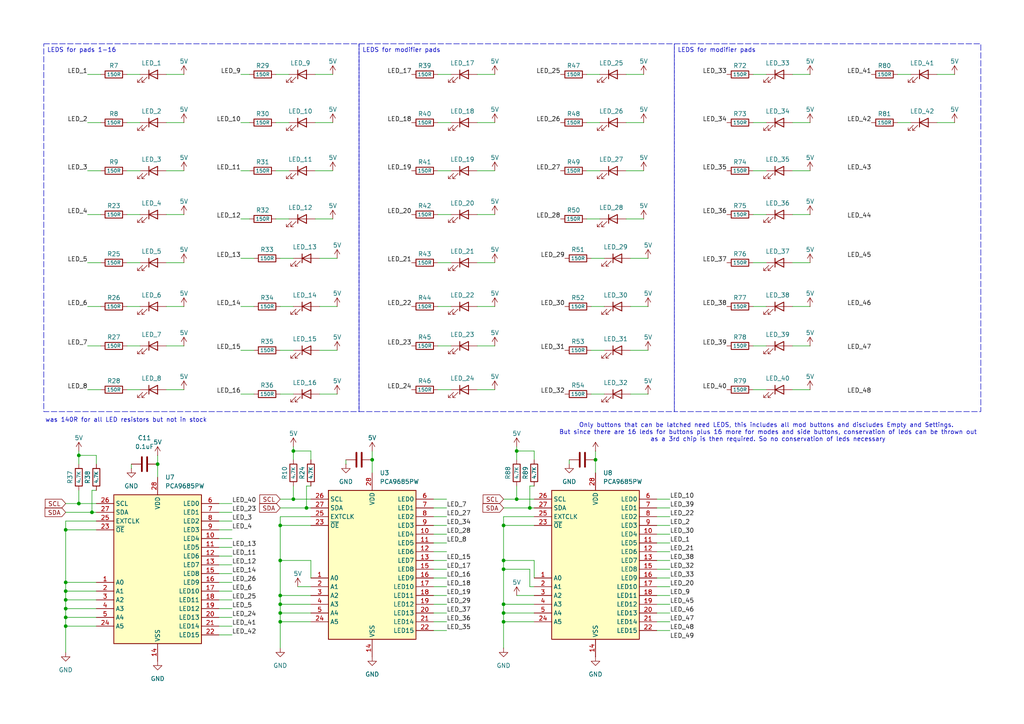
<source format=kicad_sch>
(kicad_sch (version 20231120) (generator "eeschema") (generator_version "8.0")
  (paper "A4")
  (junction (at 146.05 165.1))
  (junction (at 146.05 177.8))
  (junction (at 85.09 130.81))
  (junction (at 19.05 179.07))
  (junction (at 153.67 147.32))
  (junction (at 149.86 144.78))
  (junction (at 146.05 162.56))
  (junction (at 26.67 148.59))
  (junction (at 81.28 152.4))
  (junction (at 19.05 153.67))
  (junction (at 19.05 171.45))
  (junction (at 22.86 146.05))
  (junction (at 19.05 168.91))
  (junction (at 146.05 175.26))
  (junction (at 146.05 180.34))
  (junction (at 19.05 176.53))
  (junction (at 149.86 130.81))
  (junction (at 146.05 152.4))
  (junction (at 172.72 133.35))
  (junction (at 19.05 173.99))
  (junction (at 81.28 177.8))
  (junction (at 107.95 133.35))
  (junction (at 81.28 172.72))
  (junction (at 22.86 132.08))
  (junction (at 81.28 162.56))
  (junction (at 81.28 180.34))
  (junction (at 88.9 147.32))
  (junction (at 19.05 181.61))
  (junction (at 85.09 144.78))
  (junction (at 45.72 134.62))
  (junction (at 81.28 175.26))
  (wire (pts (xy 153.67 140.97) (xy 153.67 147.32)))
  (wire (pts (xy 97.79 74.93) (xy 92.71 74.93)))
  (wire (pts (xy 67.31 163.83) (xy 63.5 163.83)))
  (wire (pts (xy 81.28 177.8) (xy 90.17 177.8)))
  (wire (pts (xy 26.67 142.24) (xy 26.67 148.59)))
  (wire (pts (xy 234.95 100.33) (xy 229.87 100.33)))
  (wire (pts (xy 234.95 76.2) (xy 229.87 76.2)))
  (wire (pts (xy 129.54 175.26) (xy 125.73 175.26)))
  (wire (pts (xy 194.31 180.34) (xy 190.5 180.34)))
  (wire (pts (xy 260.35 21.59) (xy 264.16 21.59)))
  (wire (pts (xy 154.94 170.18) (xy 153.67 170.18)))
  (wire (pts (xy 143.51 100.33) (xy 138.43 100.33)))
  (wire (pts (xy 69.85 35.56) (xy 72.39 35.56)))
  (wire (pts (xy 81.28 177.8) (xy 81.28 180.34)))
  (wire (pts (xy 170.18 49.53) (xy 173.99 49.53)))
  (wire (pts (xy 22.86 130.81) (xy 22.86 132.08)))
  (wire (pts (xy 81.28 180.34) (xy 81.28 187.96)))
  (wire (pts (xy 45.72 132.08) (xy 45.72 134.62)))
  (wire (pts (xy 149.86 130.81) (xy 149.86 133.35)))
  (wire (pts (xy 170.18 21.59) (xy 173.99 21.59)))
  (wire (pts (xy 127 100.33) (xy 130.81 100.33)))
  (wire (pts (xy 67.31 181.61) (xy 63.5 181.61)))
  (wire (pts (xy 67.31 156.21) (xy 63.5 156.21)))
  (wire (pts (xy 22.86 132.08) (xy 22.86 134.62)))
  (wire (pts (xy 53.34 49.53) (xy 48.26 49.53)))
  (wire (pts (xy 153.67 165.1) (xy 146.05 165.1)))
  (wire (pts (xy 129.54 165.1) (xy 125.73 165.1)))
  (wire (pts (xy 69.85 88.9) (xy 73.66 88.9)))
  (wire (pts (xy 25.4 100.33) (xy 29.21 100.33)))
  (wire (pts (xy 149.86 172.72) (xy 154.94 172.72)))
  (wire (pts (xy 67.31 153.67) (xy 63.5 153.67)))
  (wire (pts (xy 154.94 130.81) (xy 149.86 130.81)))
  (wire (pts (xy 19.05 176.53) (xy 27.94 176.53)))
  (wire (pts (xy 260.35 35.56) (xy 264.16 35.56)))
  (wire (pts (xy 186.69 21.59) (xy 181.61 21.59)))
  (wire (pts (xy 127 76.2) (xy 130.81 76.2)))
  (wire (pts (xy 81.28 175.26) (xy 81.28 177.8)))
  (wire (pts (xy 22.86 146.05) (xy 27.94 146.05)))
  (wire (pts (xy 25.4 35.56) (xy 29.21 35.56)))
  (wire (pts (xy 194.31 144.78) (xy 190.5 144.78)))
  (wire (pts (xy 186.69 63.5) (xy 181.61 63.5)))
  (wire (pts (xy 67.31 161.29) (xy 63.5 161.29)))
  (wire (pts (xy 154.94 180.34) (xy 146.05 180.34)))
  (wire (pts (xy 107.95 130.81) (xy 107.95 133.35)))
  (wire (pts (xy 143.51 21.59) (xy 138.43 21.59)))
  (wire (pts (xy 53.34 100.33) (xy 48.26 100.33)))
  (wire (pts (xy 194.31 157.48) (xy 190.5 157.48)))
  (wire (pts (xy 154.94 162.56) (xy 146.05 162.56)))
  (wire (pts (xy 129.54 172.72) (xy 125.73 172.72)))
  (wire (pts (xy 88.9 147.32) (xy 90.17 147.32)))
  (wire (pts (xy 143.51 113.03) (xy 138.43 113.03)))
  (wire (pts (xy 81.28 149.86) (xy 81.28 152.4)))
  (wire (pts (xy 218.44 88.9) (xy 222.25 88.9)))
  (wire (pts (xy 170.18 63.5) (xy 173.99 63.5)))
  (wire (pts (xy 149.86 144.78) (xy 154.94 144.78)))
  (wire (pts (xy 53.34 76.2) (xy 48.26 76.2)))
  (wire (pts (xy 127 49.53) (xy 130.81 49.53)))
  (wire (pts (xy 276.86 35.56) (xy 271.78 35.56)))
  (wire (pts (xy 19.05 148.59) (xy 26.67 148.59)))
  (wire (pts (xy 153.67 170.18) (xy 153.67 165.1)))
  (wire (pts (xy 194.31 147.32) (xy 190.5 147.32)))
  (wire (pts (xy 127 88.9) (xy 130.81 88.9)))
  (wire (pts (xy 22.86 142.24) (xy 22.86 146.05)))
  (wire (pts (xy 81.28 162.56) (xy 81.28 172.72)))
  (wire (pts (xy 25.4 49.53) (xy 29.21 49.53)))
  (wire (pts (xy 53.34 35.56) (xy 48.26 35.56)))
  (wire (pts (xy 90.17 167.64) (xy 90.17 162.56)))
  (wire (pts (xy 100.33 134.62) (xy 100.33 133.35)))
  (wire (pts (xy 45.72 134.62) (xy 45.72 138.43)))
  (wire (pts (xy 69.85 114.3) (xy 73.66 114.3)))
  (wire (pts (xy 90.17 133.35) (xy 90.17 130.81)))
  (wire (pts (xy 127 62.23) (xy 130.81 62.23)))
  (wire (pts (xy 69.85 21.59) (xy 72.39 21.59)))
  (wire (pts (xy 36.83 100.33) (xy 40.64 100.33)))
  (wire (pts (xy 19.05 168.91) (xy 19.05 171.45)))
  (wire (pts (xy 67.31 176.53) (xy 63.5 176.53)))
  (wire (pts (xy 67.31 151.13) (xy 63.5 151.13)))
  (wire (pts (xy 187.96 114.3) (xy 182.88 114.3)))
  (wire (pts (xy 81.28 114.3) (xy 85.09 114.3)))
  (wire (pts (xy 85.09 129.54) (xy 85.09 130.81)))
  (wire (pts (xy 81.28 88.9) (xy 85.09 88.9)))
  (wire (pts (xy 19.05 151.13) (xy 19.05 153.67)))
  (wire (pts (xy 53.34 21.59) (xy 48.26 21.59)))
  (wire (pts (xy 90.17 140.97) (xy 88.9 140.97)))
  (wire (pts (xy 172.72 130.81) (xy 172.72 133.35)))
  (wire (pts (xy 194.31 160.02) (xy 190.5 160.02)))
  (wire (pts (xy 90.17 172.72) (xy 81.28 172.72)))
  (wire (pts (xy 129.54 170.18) (xy 125.73 170.18)))
  (wire (pts (xy 129.54 157.48) (xy 125.73 157.48)))
  (wire (pts (xy 146.05 162.56) (xy 146.05 165.1)))
  (wire (pts (xy 67.31 173.99) (xy 63.5 173.99)))
  (wire (pts (xy 186.69 35.56) (xy 181.61 35.56)))
  (wire (pts (xy 69.85 74.93) (xy 73.66 74.93)))
  (wire (pts (xy 127 21.59) (xy 130.81 21.59)))
  (wire (pts (xy 19.05 176.53) (xy 19.05 179.07)))
  (wire (pts (xy 25.4 88.9) (xy 29.21 88.9)))
  (wire (pts (xy 97.79 114.3) (xy 92.71 114.3)))
  (wire (pts (xy 27.94 132.08) (xy 22.86 132.08)))
  (wire (pts (xy 90.17 149.86) (xy 81.28 149.86)))
  (wire (pts (xy 36.83 62.23) (xy 40.64 62.23)))
  (wire (pts (xy 234.95 113.03) (xy 229.87 113.03)))
  (wire (pts (xy 143.51 49.53) (xy 138.43 49.53)))
  (wire (pts (xy 129.54 147.32) (xy 125.73 147.32)))
  (wire (pts (xy 67.31 179.07) (xy 63.5 179.07)))
  (wire (pts (xy 36.83 76.2) (xy 40.64 76.2)))
  (wire (pts (xy 194.31 175.26) (xy 190.5 175.26)))
  (wire (pts (xy 129.54 152.4) (xy 125.73 152.4)))
  (wire (pts (xy 186.69 49.53) (xy 181.61 49.53)))
  (wire (pts (xy 129.54 149.86) (xy 125.73 149.86)))
  (wire (pts (xy 96.52 63.5) (xy 91.44 63.5)))
  (wire (pts (xy 90.17 162.56) (xy 81.28 162.56)))
  (wire (pts (xy 67.31 148.59) (xy 63.5 148.59)))
  (wire (pts (xy 146.05 177.8) (xy 154.94 177.8)))
  (wire (pts (xy 27.94 181.61) (xy 19.05 181.61)))
  (wire (pts (xy 149.86 140.97) (xy 149.86 144.78)))
  (wire (pts (xy 171.45 74.93) (xy 175.26 74.93)))
  (wire (pts (xy 194.31 152.4) (xy 190.5 152.4)))
  (wire (pts (xy 218.44 21.59) (xy 222.25 21.59)))
  (wire (pts (xy 27.94 173.99) (xy 19.05 173.99)))
  (wire (pts (xy 154.94 167.64) (xy 154.94 162.56)))
  (wire (pts (xy 81.28 147.32) (xy 88.9 147.32)))
  (wire (pts (xy 19.05 153.67) (xy 19.05 168.91)))
  (wire (pts (xy 129.54 167.64) (xy 125.73 167.64)))
  (wire (pts (xy 129.54 162.56) (xy 125.73 162.56)))
  (wire (pts (xy 80.01 63.5) (xy 83.82 63.5)))
  (wire (pts (xy 276.86 21.59) (xy 271.78 21.59)))
  (wire (pts (xy 81.28 172.72) (xy 81.28 175.26)))
  (wire (pts (xy 69.85 63.5) (xy 72.39 63.5)))
  (wire (pts (xy 27.94 142.24) (xy 26.67 142.24)))
  (wire (pts (xy 194.31 165.1) (xy 190.5 165.1)))
  (wire (pts (xy 85.09 130.81) (xy 85.09 133.35)))
  (wire (pts (xy 85.09 140.97) (xy 85.09 144.78)))
  (wire (pts (xy 85.09 144.78) (xy 90.17 144.78)))
  (wire (pts (xy 25.4 21.59) (xy 29.21 21.59)))
  (wire (pts (xy 26.67 148.59) (xy 27.94 148.59)))
  (wire (pts (xy 90.17 180.34) (xy 81.28 180.34)))
  (wire (pts (xy 67.31 171.45) (xy 63.5 171.45)))
  (wire (pts (xy 19.05 179.07) (xy 27.94 179.07)))
  (wire (pts (xy 69.85 101.6) (xy 73.66 101.6)))
  (wire (pts (xy 187.96 101.6) (xy 182.88 101.6)))
  (wire (pts (xy 146.05 165.1) (xy 146.05 175.26)))
  (wire (pts (xy 194.31 182.88) (xy 190.5 182.88)))
  (wire (pts (xy 81.28 74.93) (xy 85.09 74.93)))
  (wire (pts (xy 90.17 152.4) (xy 81.28 152.4)))
  (wire (pts (xy 97.79 101.6) (xy 92.71 101.6)))
  (wire (pts (xy 218.44 100.33) (xy 222.25 100.33)))
  (wire (pts (xy 36.83 113.03) (xy 40.64 113.03)))
  (wire (pts (xy 218.44 76.2) (xy 222.25 76.2)))
  (wire (pts (xy 143.51 35.56) (xy 138.43 35.56)))
  (wire (pts (xy 19.05 181.61) (xy 19.05 189.23)))
  (wire (pts (xy 143.51 76.2) (xy 138.43 76.2)))
  (wire (pts (xy 129.54 180.34) (xy 125.73 180.34)))
  (wire (pts (xy 96.52 21.59) (xy 91.44 21.59)))
  (wire (pts (xy 218.44 35.56) (xy 222.25 35.56)))
  (wire (pts (xy 218.44 49.53) (xy 222.25 49.53)))
  (wire (pts (xy 194.31 162.56) (xy 190.5 162.56)))
  (wire (pts (xy 154.94 133.35) (xy 154.94 130.81)))
  (wire (pts (xy 96.52 49.53) (xy 91.44 49.53)))
  (wire (pts (xy 67.31 158.75) (xy 63.5 158.75)))
  (wire (pts (xy 146.05 180.34) (xy 146.05 187.96)))
  (wire (pts (xy 127 35.56) (xy 130.81 35.56)))
  (wire (pts (xy 19.05 146.05) (xy 22.86 146.05)))
  (wire (pts (xy 146.05 177.8) (xy 146.05 180.34)))
  (wire (pts (xy 194.31 177.8) (xy 190.5 177.8)))
  (wire (pts (xy 170.18 35.56) (xy 173.99 35.56)))
  (wire (pts (xy 171.45 114.3) (xy 175.26 114.3)))
  (wire (pts (xy 153.67 147.32) (xy 154.94 147.32)))
  (wire (pts (xy 194.31 149.86) (xy 190.5 149.86)))
  (wire (pts (xy 27.94 153.67) (xy 19.05 153.67)))
  (wire (pts (xy 187.96 74.93) (xy 182.88 74.93)))
  (wire (pts (xy 97.79 88.9) (xy 92.71 88.9)))
  (wire (pts (xy 25.4 113.03) (xy 29.21 113.03)))
  (wire (pts (xy 67.31 184.15) (xy 63.5 184.15)))
  (wire (pts (xy 19.05 179.07) (xy 19.05 181.61)))
  (wire (pts (xy 19.05 173.99) (xy 19.05 176.53)))
  (wire (pts (xy 53.34 88.9) (xy 48.26 88.9)))
  (wire (pts (xy 67.31 168.91) (xy 63.5 168.91)))
  (wire (pts (xy 129.54 160.02) (xy 125.73 160.02)))
  (wire (pts (xy 146.05 144.78) (xy 149.86 144.78)))
  (wire (pts (xy 129.54 144.78) (xy 125.73 144.78)))
  (wire (pts (xy 69.85 49.53) (xy 72.39 49.53)))
  (wire (pts (xy 36.83 35.56) (xy 40.64 35.56)))
  (wire (pts (xy 234.95 35.56) (xy 229.87 35.56)))
  (wire (pts (xy 146.05 152.4) (xy 146.05 162.56)))
  (wire (pts (xy 19.05 171.45) (xy 27.94 171.45)))
  (wire (pts (xy 154.94 140.97) (xy 153.67 140.97)))
  (wire (pts (xy 172.72 133.35) (xy 172.72 137.16)))
  (wire (pts (xy 165.1 134.62) (xy 165.1 133.35)))
  (wire (pts (xy 27.94 168.91) (xy 19.05 168.91)))
  (wire (pts (xy 194.31 167.64) (xy 190.5 167.64)))
  (wire (pts (xy 149.86 129.54) (xy 149.86 130.81)))
  (wire (pts (xy 81.28 152.4) (xy 81.28 162.56)))
  (wire (pts (xy 25.4 62.23) (xy 29.21 62.23)))
  (wire (pts (xy 27.94 151.13) (xy 19.05 151.13)))
  (wire (pts (xy 129.54 154.94) (xy 125.73 154.94)))
  (wire (pts (xy 67.31 166.37) (xy 63.5 166.37)))
  (wire (pts (xy 234.95 21.59) (xy 229.87 21.59)))
  (wire (pts (xy 351.79 78.74) (xy 353.06 78.74)))
  (wire (pts (xy 67.31 146.05) (xy 63.5 146.05)))
  (wire (pts (xy 19.05 171.45) (xy 19.05 173.99)))
  (wire (pts (xy 27.94 134.62) (xy 27.94 132.08)))
  (wire (pts (xy 154.94 149.86) (xy 146.05 149.86)))
  (wire (pts (xy 80.01 35.56) (xy 83.82 35.56)))
  (wire (pts (xy 96.52 35.56) (xy 91.44 35.56)))
  (wire (pts (xy 187.96 88.9) (xy 182.88 88.9)))
  (wire (pts (xy 171.45 88.9) (xy 175.26 88.9)))
  (wire (pts (xy 36.83 88.9) (xy 40.64 88.9)))
  (wire (pts (xy 80.01 21.59) (xy 83.82 21.59)))
  (wire (pts (xy 80.01 49.53) (xy 83.82 49.53)))
  (wire (pts (xy 234.95 88.9) (xy 229.87 88.9)))
  (wire (pts (xy 36.83 21.59) (xy 40.64 21.59)))
  (wire (pts (xy 194.31 170.18) (xy 190.5 170.18)))
  (wire (pts (xy 38.1 135.89) (xy 38.1 134.62)))
  (wire (pts (xy 107.95 133.35) (xy 107.95 137.16)))
  (wire (pts (xy 129.54 182.88) (xy 125.73 182.88)))
  (wire (pts (xy 81.28 101.6) (xy 85.09 101.6)))
  (wire (pts (xy 194.31 172.72) (xy 190.5 172.72)))
  (wire (pts (xy 53.34 62.23) (xy 48.26 62.23)))
  (wire (pts (xy 171.45 101.6) (xy 175.26 101.6)))
  (wire (pts (xy 90.17 130.81) (xy 85.09 130.81)))
  (wire (pts (xy 194.31 154.94) (xy 190.5 154.94)))
  (wire (pts (xy 146.05 175.26) (xy 154.94 175.26)))
  (wire (pts (xy 88.9 140.97) (xy 88.9 147.32)))
  (wire (pts (xy 36.83 49.53) (xy 40.64 49.53)))
  (wire (pts (xy 146.05 175.26) (xy 146.05 177.8)))
  (wire (pts (xy 127 113.03) (xy 130.81 113.03)))
  (wire (pts (xy 86.36 170.18) (xy 90.17 170.18)))
  (wire (pts (xy 154.94 152.4) (xy 146.05 152.4)))
  (wire (pts (xy 25.4 76.2) (xy 29.21 76.2)))
  (wire (pts (xy 234.95 62.23) (xy 229.87 62.23)))
  (wire (pts (xy 218.44 62.23) (xy 222.25 62.23)))
  (wire (pts (xy 143.51 88.9) (xy 138.43 88.9)))
  (wire (pts (xy 234.95 49.53) (xy 229.87 49.53)))
  (wire (pts (xy 218.44 113.03) (xy 222.25 113.03)))
  (wire (pts (xy 81.28 175.26) (xy 90.17 175.26)))
  (wire (pts (xy 143.51 62.23) (xy 138.43 62.23)))
  (wire (pts (xy 81.28 144.78) (xy 85.09 144.78)))
  (wire (pts (xy 53.34 113.03) (xy 48.26 113.03)))
  (wire (pts (xy 129.54 177.8) (xy 125.73 177.8)))
  (wire (pts (xy 146.05 147.32) (xy 153.67 147.32)))
  (wire (pts (xy 146.05 149.86) (xy 146.05 152.4)))
  (text_box "LEDS for modifier pads" (at 195.58 12.7 0) (size 88.9 106.68) (stroke (width 0) (type dash)) (effects (font (size 1.27 1.27)) (justify left top)))
  (text_box "LEDS for pads 1-16" (at 12.7 12.7 0) (size 91.44 106.68) (stroke (width 0) (type dash)) (effects (font (size 1.27 1.27)) (justify left top)))
  (text_box "LEDS for modifier pads" (at 104.14 12.7 0) (size 91.44 106.68) (stroke (width 0) (type dash)) (effects (font (size 1.27 1.27)) (justify left top)))
  (text "was 140R for all LED resistors but not in stock" (at 36.576 121.92 0) (effects (font (size 1.27 1.27))))
  (text "Only buttons that can be latched need LEDS, this includes all mod buttons and discludes Empty and Settings. \nBut since there are 16 leds for buttons plus 16 more for modes and side buttons, conservation of leds can be thrown out\nas a 3rd chip is then required. So no conservation of leds necessary" (at 222.758 125.476 0) (effects (font (size 1.27 1.27))))
  (label "LED_34" (at 210.82 35.56 180))
  (label "LED_41" (at 67.31 181.61 0))
  (label "LED_19" (at 129.54 172.72 0))
  (label "LED_Groups" (at 353.06 92.71 180))
  (label "LED_33" (at 194.31 167.64 0))
  (label "LED_R4" (at 351.79 78.74 180))
  (label "LED_48" (at 194.31 182.88 0))
  (label "LED_27" (at 162.56 49.53 180))
  (label "LED_30" (at 163.83 88.9 180))
  (label "LED_48" (at 252.73 114.3 180))
  (label "LED_1" (at 25.4 21.59 180))
  (label "LED_4" (at 67.31 153.67 0))
  (label "LED_10" (at 194.31 144.78 0))
  (label "LED_20" (at 194.31 170.18 0))
  (label "LED_L3" (at 335.28 104.14 180))
  (label "LED_23" (at 119.38 100.33 180))
  (label "LED_26" (at 67.31 168.91 0))
  (label "LED_L4" (at 335.28 116.84 180))
  (label "LED_38" (at 194.31 162.56 0))
  (label "LED_12" (at 69.85 63.5 180))
  (label "LED_34" (at 129.54 152.4 0))
  (label "LED_R3" (at 351.79 67.31 180))
  (label "LED_16" (at 69.85 114.3 180))
  (label "LED_26" (at 162.56 35.56 180))
  (label "LED_38" (at 210.82 88.9 180))
  (label "LED_6" (at 25.4 88.9 180))
  (label "LED_35" (at 129.54 182.88 0))
  (label "LED_27" (at 129.54 149.86 0))
  (label "LED_17" (at 119.38 21.59 180))
  (label "LED_47" (at 194.31 180.34 0))
  (label "LED_44" (at 252.73 63.5 180))
  (label "LED_17" (at 129.54 165.1 0))
  (label "LED_Pocket" (at 351.79 25.4 180))
  (label "LED_L1" (at 335.28 80.01 180))
  (label "LED_36" (at 129.54 180.34 0))
  (label "LED_37" (at 210.82 76.2 180))
  (label "LED_5" (at 25.4 76.2 180))
  (label "LED_23" (at 67.31 148.59 0))
  (label "LED_After" (at 335.28 39.37 180))
  (label "LED_9" (at 69.85 21.59 180))
  (label "LED_22" (at 119.38 88.9 180))
  (label "LED_12" (at 67.31 163.83 0))
  (label "LED_11" (at 67.31 161.29 0))
  (label "LED_2" (at 194.31 152.4 0))
  (label "LED_2" (at 25.4 35.56 180))
  (label "LED_32" (at 163.83 114.3 180))
  (label "LED_32" (at 194.31 165.1 0))
  (label "LED_3" (at 25.4 49.53 180))
  (label "LED_24" (at 67.31 179.07 0))
  (label "LED_43" (at 252.73 49.53 180))
  (label "LED_29" (at 129.54 175.26 0))
  (label "LED_40" (at 67.31 146.05 0))
  (label "LED_24" (at 119.38 113.03 180))
  (label "LED_47" (at 252.73 101.6 180))
  (label "LED_Pattern" (at 353.06 118.11 180))
  (label "LED_41" (at 252.73 21.59 180))
  (label "LED_45" (at 252.73 74.93 180))
  (label "LED_R2" (at 351.79 53.34 180))
  (label "LED_15" (at 69.85 101.6 180))
  (label "LED_7" (at 25.4 100.33 180))
  (label "LED_33" (at 210.82 21.59 180))
  (label "LED_49" (at 194.31 185.42 0))
  (label "LED_28" (at 129.54 154.94 0))
  (label "LED_15" (at 129.54 162.56 0))
  (label "LED_4" (at 25.4 62.23 180))
  (label "LED_L2" (at 335.28 92.71 180))
  (label "LED_42" (at 252.73 35.56 180))
  (label "LED_9" (at 194.31 172.72 0))
  (label "LED_13" (at 67.31 158.75 0))
  (label "LED_Mod" (at 335.28 53.34 180))
  (label "LED_Notes" (at 353.06 105.41 180))
  (label "LED_7" (at 129.54 147.32 0))
  (label "LED_30" (at 194.31 154.94 0))
  (label "LED_39" (at 210.82 100.33 180))
  (label "LED_46" (at 252.73 88.9 180))
  (label "LED_6" (at 67.31 171.45 0))
  (label "LED_Velo" (at 335.28 25.4 180))
  (label "LED_13" (at 69.85 74.93 180))
  (label "LED_36" (at 210.82 62.23 180))
  (label "LED_16" (at 129.54 167.64 0))
  (label "LED_22" (at 194.31 149.86 0))
  (label "LED_21" (at 194.31 160.02 0))
  (label "LED_10" (at 69.85 35.56 180))
  (label "LED_Flow" (at 335.28 66.04 180))
  (label "LED_21" (at 119.38 76.2 180))
  (label "LED_25" (at 67.31 173.99 0))
  (label "LED_20" (at 119.38 62.23 180))
  (label "LED_14" (at 67.31 166.37 0))
  (label "LED_8" (at 25.4 113.03 180))
  (label "LED_39" (at 194.31 147.32 0))
  (label "LED_35" (at 210.82 49.53 180))
  (label "LED_31" (at 163.83 101.6 180))
  (label "LED_37" (at 129.54 177.8 0))
  (label "LED_18" (at 129.54 170.18 0))
  (label "LED_46" (at 194.31 177.8 0))
  (label "LED_19" (at 119.38 49.53 180))
  (label "LED_29" (at 163.83 74.93 180))
  (label "LED_28" (at 162.56 63.5 180))
  (label "LED_1" (at 194.31 157.48 0))
  (label "LED_18" (at 119.38 35.56 180))
  (label "LED_R1" (at 351.79 39.37 180))
  (label "LED_40" (at 210.82 113.03 180))
  (label "LED_25" (at 162.56 21.59 180))
  (label "LED_45" (at 194.31 175.26 0))
  (label "LED_3" (at 67.31 151.13 0))
  (label "LED_11" (at 69.85 49.53 180))
  (label "LED_5" (at 67.31 176.53 0))
  (label "LED_42" (at 67.31 184.15 0))
  (label "LED_8" (at 129.54 157.48 0))
  (label "LED_14" (at 69.85 88.9 180))
  (global_label "SCL" (shape input) (at 81.28 144.78 180) (property "Intersheetrefs" "${INTERSHEET_REFS}" (effects (hide yes))))
  (global_label "SCL" (shape input) (at 19.05 146.05 180) (property "Intersheetrefs" "${INTERSHEET_REFS}" (effects (hide yes))))
  (global_label "SDA" (shape input) (at 81.28 147.32 180) (property "Intersheetrefs" "${INTERSHEET_REFS}" (effects (hide yes))))
  (global_label "SDA" (shape input) (at 19.05 148.59 180) (property "Intersheetrefs" "${INTERSHEET_REFS}" (effects (hide yes))))
  (global_label "SCL" (shape input) (at 146.05 144.78 180) (property "Intersheetrefs" "${INTERSHEET_REFS}" (effects (hide yes))))
  (global_label "SDA" (shape input) (at 146.05 147.32 180) (property "Intersheetrefs" "${INTERSHEET_REFS}" (effects (hide yes))))
  (symbol (lib_id "daisy_seed:3V3_D") (at 187.96 74.93 0) (unit 1)
    (property "Reference" "#PWR070" (effects (hide yes)))
    (property "Value" "5V" (at 187.96 71.12 0))
  )
  (symbol (lib_id "daisy_seed:3V3_D") (at 234.95 76.2 0) (unit 1)
    (property "Reference" "#PWR0103" (effects (hide yes)))
    (property "Value" "5V" (at 234.95 72.39 0))
  )
  (symbol (lib_id "daisy_seed:3V3_D") (at 96.52 21.59 0) (unit 1)
    (property "Reference" "#PWR045" (effects (hide yes)))
    (property "Value" "5V" (at 96.52 17.78 0))
  )
  (symbol (lib_id "daisy_seed:3V3_D") (at 85.09 129.54 0) (unit 1)
    (property "Reference" "#PWR0115" (effects (hide yes)))
    (property "Value" "5V" (at 85.09 125.73 0))
  )
  (symbol (lib_id "Device:R") (at 123.19 49.53 90) (unit 1)
    (property "Reference" "R41" (at 123.19 46.99 90))
    (property "Value" "150R" (at 123.19 49.53 90) (effects (font (size 1.016 1.016))))
    (property "Footprint" "Resistor_SMD:R_0603_1608Metric" (effects (hide yes)))
    (property "Description" "Resistor" (effects (hide yes)))
    (property "LCSC" "C22808" (effects (hide yes)))
  )
  (symbol (lib_id "Device:LED") (at 179.07 74.93 0) (unit 1)
    (property "Reference" "LED_29" (at 178.562 71.628 0))
    (property "Value" "White" (effects (hide yes)))
    (property "Footprint" "LED_SMD:LED_PLCC-2_3.4x3.0mm_AK" (effects (hide yes)))
    (property "Description" "Light emitting diode" (effects (hide yes)))
    (property "LCSC" "C7371926" (effects (hide yes)))
  )
  (symbol (lib_id "Device:R") (at 214.63 62.23 90) (unit 1)
    (property "Reference" "R75" (at 214.63 59.69 90))
    (property "Value" "150R" (at 214.63 62.23 90) (effects (font (size 1.016 1.016))))
    (property "Footprint" "Resistor_SMD:R_0603_1608Metric" (effects (hide yes)))
    (property "Description" "Resistor" (effects (hide yes)))
    (property "LCSC" "C22808" (effects (hide yes)))
  )
  (symbol (lib_id "Device:LED") (at 226.06 113.03 0) (unit 1)
    (property "Reference" "LED_40" (at 225.552 109.728 0))
    (property "Value" "White" (effects (hide yes)))
    (property "Footprint" "LED_SMD:LED_PLCC-2_3.4x3.0mm_AK" (effects (hide yes)))
    (property "Description" "Light emitting diode" (effects (hide yes)))
    (property "LCSC" "C7371926" (effects (hide yes)))
  )
  (symbol (lib_id "daisy_seed:3V3_D") (at 186.69 21.59 0) (unit 1)
    (property "Reference" "#PWR066" (effects (hide yes)))
    (property "Value" "5V" (at 186.69 17.78 0))
  )
  (symbol (lib_id "Device:LED") (at 177.8 49.53 0) (unit 1)
    (property "Reference" "LED_27" (at 177.292 46.228 0))
    (property "Value" "White" (effects (hide yes)))
    (property "Footprint" "LED_SMD:LED_PLCC-2_3.4x3.0mm_AK" (effects (hide yes)))
    (property "Description" "Light emitting diode" (effects (hide yes)))
    (property "LCSC" "C7371926" (effects (hide yes)))
  )
  (symbol (lib_id "Device:LED") (at 134.62 100.33 0) (unit 1)
    (property "Reference" "LED_23" (at 134.112 97.028 0))
    (property "Value" "White" (effects (hide yes)))
    (property "Footprint" "LED_SMD:LED_PLCC-2_3.4x3.0mm_AK" (effects (hide yes)))
    (property "Description" "Light emitting diode" (effects (hide yes)))
    (property "LCSC" "C7371926" (effects (hide yes)))
  )
  (symbol (lib_id "daisy_seed:3V3_D") (at 234.95 35.56 0) (unit 1)
    (property "Reference" "#PWR0100" (effects (hide yes)))
    (property "Value" "5V" (at 234.95 31.75 0))
  )
  (symbol (lib_id "daisy_seed:3V3_D") (at 143.51 88.9 0) (unit 1)
    (property "Reference" "#PWR063" (effects (hide yes)))
    (property "Value" "5V" (at 143.51 85.09 0))
  )
  (symbol (lib_id "Device:R") (at 90.17 137.16 180) (unit 1)
    (property "Reference" "R24" (at 87.63 137.16 90))
    (property "Value" "4.7K" (at 90.17 137.16 90) (effects (font (size 1.016 1.016))))
    (property "Footprint" "Resistor_SMD:R_0603_1608Metric" (effects (hide yes)))
    (property "Description" "Resistor" (effects (hide yes)))
  )
  (symbol (lib_id "daisy_seed:3V3_D") (at 186.69 63.5 0) (unit 1)
    (property "Reference" "#PWR069" (effects (hide yes)))
    (property "Value" "5V" (at 186.69 59.69 0))
  )
  (symbol (lib_id "daisy_seed:3V3_D") (at 97.79 74.93 0) (unit 1)
    (property "Reference" "#PWR049" (effects (hide yes)))
    (property "Value" "5V" (at 97.79 71.12 0))
  )
  (symbol (lib_id "daisy_seed:3V3_D") (at 234.95 100.33 0) (unit 1)
    (property "Reference" "#PWR0105" (effects (hide yes)))
    (property "Value" "5V" (at 234.95 96.52 0))
  )
  (symbol (lib_id "daisy_seed:3V3_D") (at 53.34 49.53 0) (unit 1)
    (property "Reference" "#PWR039" (effects (hide yes)))
    (property "Value" "5V" (at 53.34 45.72 0))
  )
  (symbol (lib_id "Device:LED") (at 226.06 88.9 0) (unit 1)
    (property "Reference" "LED_38" (at 225.552 85.598 0))
    (property "Value" "White" (effects (hide yes)))
    (property "Footprint" "LED_SMD:LED_PLCC-2_3.4x3.0mm_AK" (effects (hide yes)))
    (property "Description" "Light emitting diode" (effects (hide yes)))
    (property "LCSC" "C7371926" (effects (hide yes)))
  )
  (symbol (lib_id "Device:R") (at 149.86 137.16 180) (unit 1)
    (property "Reference" "R88" (at 147.32 137.16 90))
    (property "Value" "4.7K" (at 149.86 137.16 90) (effects (font (size 1.016 1.016))))
    (property "Footprint" "Resistor_SMD:R_0603_1608Metric" (effects (hide yes)))
    (property "Description" "Resistor" (effects (hide yes)))
  )
  (symbol (lib_id "Device:R") (at 214.63 49.53 90) (unit 1)
    (property "Reference" "R74" (at 214.63 46.99 90))
    (property "Value" "150R" (at 214.63 49.53 90) (effects (font (size 1.016 1.016))))
    (property "Footprint" "Resistor_SMD:R_0603_1608Metric" (effects (hide yes)))
    (property "Description" "Resistor" (effects (hide yes)))
    (property "LCSC" "C22808" (effects (hide yes)))
  )
  (symbol (lib_id "Driver_LED:PCA9685PW") (at 172.72 162.56 0) (unit 1)
    (property "Reference" "U8" (at 174.9141 137.16 0) (effects (justify left)))
    (property "Value" "PCA9685PW" (at 174.9141 139.7 0) (effects (justify left)))
    (property "Footprint" "Package_SO:TSSOP-28_4.4x9.7mm_P0.65mm" (effects (hide yes)))
    (property "Datasheet" "http://www.nxp.com/docs/en/data-sheet/PCA9685.pdf" (effects (hide yes)))
    (property "Description" "16-channel 12-bit PWM Fm+ I2C-bus LED controller RGBA TSSOP" (effects (hide yes)))
    (property "LCSC" "C2678753" (effects (hide yes)))
  )
  (symbol (lib_id "power:GND") (at 19.05 189.23 0) (unit 1)
    (property "Reference" "#PWR053" (effects (hide yes)))
    (property "Value" "GND" (at 19.05 194.31 0))
    (property "Description" "Power symbol creates a global label with name \"GND\" , ground" (effects (hide yes)))
  )
  (symbol (lib_id "Device:R") (at 214.63 88.9 90) (unit 1)
    (property "Reference" "R77" (at 214.63 86.36 90))
    (property "Value" "150R" (at 214.63 88.9 90) (effects (font (size 1.016 1.016))))
    (property "Footprint" "Resistor_SMD:R_0603_1608Metric" (effects (hide yes)))
    (property "Description" "Resistor" (effects (hide yes)))
    (property "LCSC" "C22808" (effects (hide yes)))
  )
  (symbol (lib_id "Driver_LED:PCA9685PW") (at 107.95 162.56 0) (unit 1)
    (property "Reference" "U3" (at 110.1441 137.16 0) (effects (justify left)))
    (property "Value" "PCA9685PW" (at 110.1441 139.7 0) (effects (justify left)))
    (property "Footprint" "Package_SO:TSSOP-28_4.4x9.7mm_P0.65mm" (effects (hide yes)))
    (property "Datasheet" "http://www.nxp.com/docs/en/data-sheet/PCA9685.pdf" (effects (hide yes)))
    (property "Description" "16-channel 12-bit PWM Fm+ I2C-bus LED controller RGBA TSSOP" (effects (hide yes)))
    (property "LCSC" "C2678753" (effects (hide yes)))
  )
  (symbol (lib_id "daisy_seed:3V3_D") (at 276.86 21.59 0) (unit 1)
    (property "Reference" "#PWR0107" (effects (hide yes)))
    (property "Value" "5V" (at 276.86 17.78 0))
  )
  (symbol (lib_id "Device:LED") (at 88.9 88.9 0) (unit 1)
    (property "Reference" "LED_14" (at 88.392 85.598 0))
    (property "Value" "White" (effects (hide yes)))
    (property "Footprint" "LED_SMD:LED_PLCC-2_3.4x3.0mm_AK" (effects (hide yes)))
    (property "Description" "Light emitting diode" (effects (hide yes)))
    (property "LCSC" "C7371926" (effects (hide yes)))
  )
  (symbol (lib_id "Device:R") (at 123.19 113.03 90) (unit 1)
    (property "Reference" "R46" (at 123.19 110.49 90))
    (property "Value" "150R" (at 123.19 113.03 90) (effects (font (size 1.016 1.016))))
    (property "Footprint" "Resistor_SMD:R_0603_1608Metric" (effects (hide yes)))
    (property "Description" "Resistor" (effects (hide yes)))
    (property "LCSC" "C22808" (effects (hide yes)))
  )
  (symbol (lib_id "Device:R") (at 123.19 62.23 90) (unit 1)
    (property "Reference" "R42" (at 123.19 59.69 90))
    (property "Value" "150R" (at 123.19 62.23 90) (effects (font (size 1.016 1.016))))
    (property "Footprint" "Resistor_SMD:R_0603_1608Metric" (effects (hide yes)))
    (property "Description" "Resistor" (effects (hide yes)))
    (property "LCSC" "C22808" (effects (hide yes)))
  )
  (symbol (lib_id "daisy_seed:3V3_D") (at 186.69 49.53 0) (unit 1)
    (property "Reference" "#PWR068" (effects (hide yes)))
    (property "Value" "5V" (at 186.69 45.72 0))
  )
  (symbol (lib_id "daisy_seed:3V3_D") (at 234.95 88.9 0) (unit 1)
    (property "Reference" "#PWR0104" (effects (hide yes)))
    (property "Value" "5V" (at 234.95 85.09 0))
  )
  (symbol (lib_id "Device:R") (at 214.63 100.33 90) (unit 1)
    (property "Reference" "R78" (at 214.63 97.79 90))
    (property "Value" "150R" (at 214.63 100.33 90) (effects (font (size 1.016 1.016))))
    (property "Footprint" "Resistor_SMD:R_0603_1608Metric" (effects (hide yes)))
    (property "Description" "Resistor" (effects (hide yes)))
    (property "LCSC" "C22808" (effects (hide yes)))
  )
  (symbol (lib_id "Device:LED") (at 134.62 35.56 0) (unit 1)
    (property "Reference" "LED_18" (at 134.112 32.258 0))
    (property "Value" "White" (effects (hide yes)))
    (property "Footprint" "LED_SMD:LED_PLCC-2_3.4x3.0mm_AK" (effects (hide yes)))
    (property "Description" "Light emitting diode" (effects (hide yes)))
    (property "LCSC" "C7371926" (effects (hide yes)))
  )
  (symbol (lib_id "Device:LED") (at 88.9 114.3 0) (unit 1)
    (property "Reference" "LED_16" (at 88.392 110.998 0))
    (property "Value" "White" (effects (hide yes)))
    (property "Footprint" "LED_SMD:LED_PLCC-2_3.4x3.0mm_AK" (effects (hide yes)))
    (property "Description" "Light emitting diode" (effects (hide yes)))
    (property "LCSC" "C7371926" (effects (hide yes)))
  )
  (symbol (lib_id "daisy_seed:3V3_D") (at 234.95 49.53 0) (unit 1)
    (property "Reference" "#PWR0101" (effects (hide yes)))
    (property "Value" "5V" (at 234.95 45.72 0))
  )
  (symbol (lib_id "Device:LED") (at 267.97 35.56 0) (unit 1)
    (property "Reference" "LED_42" (at 267.462 32.258 0))
    (property "Value" "White" (effects (hide yes)))
    (property "Footprint" "LED_SMD:LED_PLCC-2_3.4x3.0mm_AK" (effects (hide yes)))
    (property "Description" "Light emitting diode" (effects (hide yes)))
    (property "LCSC" "C7371926" (effects (hide yes)))
  )
  (symbol (lib_id "daisy_seed:3V3_D") (at 86.36 170.18 0) (unit 1)
    (property "Reference" "#PWR035" (effects (hide yes)))
    (property "Value" "5V" (at 86.36 166.37 0))
  )
  (symbol (lib_id "daisy_seed:3V3_D") (at 53.34 100.33 0) (unit 1)
    (property "Reference" "#PWR043" (effects (hide yes)))
    (property "Value" "5V" (at 53.34 96.52 0))
  )
  (symbol (lib_id "Device:LED") (at 44.45 21.59 0) (unit 1)
    (property "Reference" "LED_1" (at 43.942 18.288 0))
    (property "Value" "White" (effects (hide yes)))
    (property "Footprint" "LED_SMD:LED_PLCC-2_3.4x3.0mm_AK" (effects (hide yes)))
    (property "Description" "Light emitting diode" (effects (hide yes)))
    (property "LCSC" "C7371926" (effects (hide yes)))
  )
  (symbol (lib_id "power:GND") (at 107.95 190.5 0) (unit 1)
    (property "Reference" "#PWR037" (effects (hide yes)))
    (property "Value" "GND" (at 107.95 195.58 0))
    (property "Description" "Power symbol creates a global label with name \"GND\" , ground" (effects (hide yes)))
  )
  (symbol (lib_id "Device:LED") (at 177.8 21.59 0) (unit 1)
    (property "Reference" "LED_25" (at 177.292 18.288 0))
    (property "Value" "White" (effects (hide yes)))
    (property "Footprint" "LED_SMD:LED_PLCC-2_3.4x3.0mm_AK" (effects (hide yes)))
    (property "Description" "Light emitting diode" (effects (hide yes)))
    (property "LCSC" "C7371926" (effects (hide yes)))
  )
  (symbol (lib_id "Device:R") (at 33.02 35.56 90) (unit 1)
    (property "Reference" "R8" (at 33.02 33.02 90))
    (property "Value" "150R" (at 33.02 35.56 90) (effects (font (size 1.016 1.016))))
    (property "Footprint" "Resistor_SMD:R_0603_1608Metric" (effects (hide yes)))
    (property "Description" "Resistor" (effects (hide yes)))
    (property "LCSC" "C22808" (effects (hide yes)))
  )
  (symbol (lib_id "Driver_LED:PCA9685PW") (at 45.72 163.83 0) (unit 1)
    (property "Reference" "U7" (at 47.9141 138.43 0) (effects (justify left)))
    (property "Value" "PCA9685PW" (at 47.9141 140.97 0) (effects (justify left)))
    (property "Footprint" "Package_SO:TSSOP-28_4.4x9.7mm_P0.65mm" (effects (hide yes)))
    (property "Datasheet" "http://www.nxp.com/docs/en/data-sheet/PCA9685.pdf" (effects (hide yes)))
    (property "Description" "16-channel 12-bit PWM Fm+ I2C-bus LED controller RGBA TSSOP" (effects (hide yes)))
    (property "LCSC" "C2678753" (effects (hide yes)))
  )
  (symbol (lib_id "Device:R") (at 123.19 100.33 90) (unit 1)
    (property "Reference" "R45" (at 123.19 97.79 90))
    (property "Value" "150R" (at 123.19 100.33 90) (effects (font (size 1.016 1.016))))
    (property "Footprint" "Resistor_SMD:R_0603_1608Metric" (effects (hide yes)))
    (property "Description" "Resistor" (effects (hide yes)))
    (property "LCSC" "C22808" (effects (hide yes)))
  )
  (symbol (lib_id "daisy_seed:3V3_D") (at 234.95 113.03 0) (unit 1)
    (property "Reference" "#PWR0106" (effects (hide yes)))
    (property "Value" "5V" (at 234.95 109.22 0))
  )
  (symbol (lib_id "Device:R") (at 33.02 88.9 90) (unit 1)
    (property "Reference" "R26" (at 33.02 86.36 90))
    (property "Value" "150R" (at 33.02 88.9 90) (effects (font (size 1.016 1.016))))
    (property "Footprint" "Resistor_SMD:R_0603_1608Metric" (effects (hide yes)))
    (property "Description" "Resistor" (effects (hide yes)))
    (property "LCSC" "C22808" (effects (hide yes)))
  )
  (symbol (lib_id "Device:R") (at 77.47 88.9 90) (unit 1)
    (property "Reference" "R34" (at 77.47 86.36 90))
    (property "Value" "150R" (at 77.47 88.9 90) (effects (font (size 1.016 1.016))))
    (property "Footprint" "Resistor_SMD:R_0603_1608Metric" (effects (hide yes)))
    (property "Description" "Resistor" (effects (hide yes)))
    (property "LCSC" "C22808" (effects (hide yes)))
  )
  (symbol (lib_id "Device:LED") (at 134.62 21.59 0) (unit 1)
    (property "Reference" "LED_17" (at 134.112 18.288 0))
    (property "Value" "White" (effects (hide yes)))
    (property "Footprint" "LED_SMD:LED_PLCC-2_3.4x3.0mm_AK" (effects (hide yes)))
    (property "Description" "Light emitting diode" (effects (hide yes)))
    (property "LCSC" "C7371926" (effects (hide yes)))
  )
  (symbol (lib_id "Device:R") (at 33.02 113.03 90) (unit 1)
    (property "Reference" "R28" (at 33.02 110.49 90))
    (property "Value" "150R" (at 33.02 113.03 90) (effects (font (size 1.016 1.016))))
    (property "Footprint" "Resistor_SMD:R_0603_1608Metric" (effects (hide yes)))
    (property "Description" "Resistor" (effects (hide yes)))
    (property "LCSC" "C22808" (effects (hide yes)))
  )
  (symbol (lib_id "Device:LED") (at 177.8 63.5 0) (unit 1)
    (property "Reference" "LED_28" (at 177.292 60.198 0))
    (property "Value" "White" (effects (hide yes)))
    (property "Footprint" "LED_SMD:LED_PLCC-2_3.4x3.0mm_AK" (effects (hide yes)))
    (property "Description" "Light emitting diode" (effects (hide yes)))
    (property "LCSC" "C7371926" (effects (hide yes)))
  )
  (symbol (lib_id "Device:R") (at 256.54 35.56 90) (unit 1)
    (property "Reference" "R81" (at 256.54 33.02 90))
    (property "Value" "150R" (at 256.54 35.56 90) (effects (font (size 1.016 1.016))))
    (property "Footprint" "Resistor_SMD:R_0603_1608Metric" (effects (hide yes)))
    (property "Description" "Resistor" (effects (hide yes)))
    (property "LCSC" "C22808" (effects (hide yes)))
  )
  (symbol (lib_id "Device:LED") (at 226.06 35.56 0) (unit 1)
    (property "Reference" "LED_34" (at 225.552 32.258 0))
    (property "Value" "White" (effects (hide yes)))
    (property "Footprint" "LED_SMD:LED_PLCC-2_3.4x3.0mm_AK" (effects (hide yes)))
    (property "Description" "Light emitting diode" (effects (hide yes)))
    (property "LCSC" "C7371926" (effects (hide yes)))
  )
  (symbol (lib_id "Device:R") (at 76.2 49.53 90) (unit 1)
    (property "Reference" "R31" (at 76.2 46.99 90))
    (property "Value" "150R" (at 76.2 49.53 90) (effects (font (size 1.016 1.016))))
    (property "Footprint" "Resistor_SMD:R_0603_1608Metric" (effects (hide yes)))
    (property "Description" "Resistor" (effects (hide yes)))
    (property "LCSC" "C22808" (effects (hide yes)))
  )
  (symbol (lib_id "daisy_seed:3V3_D") (at 53.34 76.2 0) (unit 1)
    (property "Reference" "#PWR041" (effects (hide yes)))
    (property "Value" "5V" (at 53.34 72.39 0))
  )
  (symbol (lib_id "Device:LED") (at 134.62 62.23 0) (unit 1)
    (property "Reference" "LED_20" (at 134.112 58.928 0))
    (property "Value" "White" (effects (hide yes)))
    (property "Footprint" "LED_SMD:LED_PLCC-2_3.4x3.0mm_AK" (effects (hide yes)))
    (property "Description" "Light emitting diode" (effects (hide yes)))
    (property "LCSC" "C7371926" (effects (hide yes)))
  )
  (symbol (lib_id "daisy_seed:3V3_D") (at 234.95 21.59 0) (unit 1)
    (property "Reference" "#PWR099" (effects (hide yes)))
    (property "Value" "5V" (at 234.95 17.78 0))
  )
  (symbol (lib_id "Device:R") (at 166.37 35.56 90) (unit 1)
    (property "Reference" "R48" (at 166.37 33.02 90))
    (property "Value" "150R" (at 166.37 35.56 90) (effects (font (size 1.016 1.016))))
    (property "Footprint" "Resistor_SMD:R_0603_1608Metric" (effects (hide yes)))
    (property "Description" "Resistor" (effects (hide yes)))
    (property "LCSC" "C22808" (effects (hide yes)))
  )
  (symbol (lib_id "Device:R") (at 123.19 21.59 90) (unit 1)
    (property "Reference" "R39" (at 123.19 19.05 90))
    (property "Value" "150R" (at 123.19 21.59 90) (effects (font (size 1.016 1.016))))
    (property "Footprint" "Resistor_SMD:R_0603_1608Metric" (effects (hide yes)))
    (property "Description" "Resistor" (effects (hide yes)))
    (property "LCSC" "C22808" (effects (hide yes)))
  )
  (symbol (lib_id "daisy_seed:3V3_D") (at 186.69 35.56 0) (unit 1)
    (property "Reference" "#PWR067" (effects (hide yes)))
    (property "Value" "5V" (at 186.69 31.75 0))
  )
  (symbol (lib_id "Device:R") (at 33.02 62.23 90) (unit 1)
    (property "Reference" "R23" (at 33.02 59.69 90))
    (property "Value" "150R" (at 33.02 62.23 90) (effects (font (size 1.016 1.016))))
    (property "Footprint" "Resistor_SMD:R_0603_1608Metric" (effects (hide yes)))
    (property "Description" "Resistor" (effects (hide yes)))
    (property "LCSC" "C22808" (effects (hide yes)))
  )
  (symbol (lib_id "Device:R") (at 33.02 76.2 90) (unit 1)
    (property "Reference" "R25" (at 33.02 73.66 90))
    (property "Value" "150R" (at 33.02 76.2 90) (effects (font (size 1.016 1.016))))
    (property "Footprint" "Resistor_SMD:R_0603_1608Metric" (effects (hide yes)))
    (property "Description" "Resistor" (effects (hide yes)))
    (property "LCSC" "C22808" (effects (hide yes)))
  )
  (symbol (lib_id "daisy_seed:3V3_D") (at 143.51 49.53 0) (unit 1)
    (property "Reference" "#PWR060" (effects (hide yes)))
    (property "Value" "5V" (at 143.51 45.72 0))
  )
  (symbol (lib_id "daisy_seed:3V3_D") (at 53.34 35.56 0) (unit 1)
    (property "Reference" "#PWR038" (effects (hide yes)))
    (property "Value" "5V" (at 53.34 31.75 0))
  )
  (symbol (lib_id "Device:R") (at 256.54 21.59 90) (unit 1)
    (property "Reference" "R80" (at 256.54 19.05 90))
    (property "Value" "150R" (at 256.54 21.59 90) (effects (font (size 1.016 1.016))))
    (property "Footprint" "Resistor_SMD:R_0603_1608Metric" (effects (hide yes)))
    (property "Description" "Resistor" (effects (hide yes)))
    (property "LCSC" "C22808" (effects (hide yes)))
  )
  (symbol (lib_id "Device:LED") (at 88.9 74.93 0) (unit 1)
    (property "Reference" "LED_13" (at 88.392 71.628 0))
    (property "Value" "White" (effects (hide yes)))
    (property "Footprint" "LED_SMD:LED_PLCC-2_3.4x3.0mm_AK" (effects (hide yes)))
    (property "Description" "Light emitting diode" (effects (hide yes)))
    (property "LCSC" "C7371926" (effects (hide yes)))
  )
  (symbol (lib_id "Device:R") (at 166.37 49.53 90) (unit 1)
    (property "Reference" "R49" (at 166.37 46.99 90))
    (property "Value" "150R" (at 166.37 49.53 90) (effects (font (size 1.016 1.016))))
    (property "Footprint" "Resistor_SMD:R_0603_1608Metric" (effects (hide yes)))
    (property "Description" "Resistor" (effects (hide yes)))
    (property "LCSC" "C22808" (effects (hide yes)))
  )
  (symbol (lib_id "daisy_seed:3V3_D") (at 97.79 88.9 0) (unit 1)
    (property "Reference" "#PWR050" (effects (hide yes)))
    (property "Value" "5V" (at 97.79 85.09 0))
  )
  (symbol (lib_id "Device:R") (at 167.64 101.6 90) (unit 1)
    (property "Reference" "R53" (at 167.64 99.06 90))
    (property "Value" "150R" (at 167.64 101.6 90) (effects (font (size 1.016 1.016))))
    (property "Footprint" "Resistor_SMD:R_0603_1608Metric" (effects (hide yes)))
    (property "Description" "Resistor" (effects (hide yes)))
    (property "LCSC" "C22808" (effects (hide yes)))
  )
  (symbol (lib_id "daisy_seed:3V3_D") (at 107.95 130.81 0) (unit 1)
    (property "Reference" "#PWR032" (effects (hide yes)))
    (property "Value" "5V" (at 107.95 127 0))
  )
  (symbol (lib_id "Device:R") (at 76.2 21.59 90) (unit 1)
    (property "Reference" "R29" (at 76.2 19.05 90))
    (property "Value" "150R" (at 76.2 21.59 90) (effects (font (size 1.016 1.016))))
    (property "Footprint" "Resistor_SMD:R_0603_1608Metric" (effects (hide yes)))
    (property "Description" "Resistor" (effects (hide yes)))
    (property "LCSC" "C22808" (effects (hide yes)))
  )
  (symbol (lib_id "Device:LED") (at 134.62 88.9 0) (unit 1)
    (property "Reference" "LED_22" (at 134.112 85.598 0))
    (property "Value" "White" (effects (hide yes)))
    (property "Footprint" "LED_SMD:LED_PLCC-2_3.4x3.0mm_AK" (effects (hide yes)))
    (property "Description" "Light emitting diode" (effects (hide yes)))
    (property "LCSC" "C7371926" (effects (hide yes)))
  )
  (symbol (lib_id "Device:R") (at 167.64 114.3 90) (unit 1)
    (property "Reference" "R54" (at 167.64 111.76 90))
    (property "Value" "150R" (at 167.64 114.3 90) (effects (font (size 1.016 1.016))))
    (property "Footprint" "Resistor_SMD:R_0603_1608Metric" (effects (hide yes)))
    (property "Description" "Resistor" (effects (hide yes)))
    (property "LCSC" "C22808" (effects (hide yes)))
  )
  (symbol (lib_id "daisy_seed:3V3_D") (at 143.51 113.03 0) (unit 1)
    (property "Reference" "#PWR065" (effects (hide yes)))
    (property "Value" "5V" (at 143.51 109.22 0))
  )
  (symbol (lib_id "daisy_seed:3V3_D") (at 53.34 62.23 0) (unit 1)
    (property "Reference" "#PWR040" (effects (hide yes)))
    (property "Value" "5V" (at 53.34 58.42 0))
  )
  (symbol (lib_id "Device:R") (at 166.37 63.5 90) (unit 1)
    (property "Reference" "R50" (at 166.37 60.96 90))
    (property "Value" "150R" (at 166.37 63.5 90) (effects (font (size 1.016 1.016))))
    (property "Footprint" "Resistor_SMD:R_0603_1608Metric" (effects (hide yes)))
    (property "Description" "Resistor" (effects (hide yes)))
    (property "LCSC" "C22808" (effects (hide yes)))
  )
  (symbol (lib_id "Device:R") (at 123.19 76.2 90) (unit 1)
    (property "Reference" "R43" (at 123.19 73.66 90))
    (property "Value" "150R" (at 123.19 76.2 90) (effects (font (size 1.016 1.016))))
    (property "Footprint" "Resistor_SMD:R_0603_1608Metric" (effects (hide yes)))
    (property "Description" "Resistor" (effects (hide yes)))
    (property "LCSC" "C22808" (effects (hide yes)))
  )
  (symbol (lib_id "Device:LED") (at 226.06 49.53 0) (unit 1)
    (property "Reference" "LED_35" (at 225.552 46.228 0))
    (property "Value" "White" (effects (hide yes)))
    (property "Footprint" "LED_SMD:LED_PLCC-2_3.4x3.0mm_AK" (effects (hide yes)))
    (property "Description" "Light emitting diode" (effects (hide yes)))
    (property "LCSC" "C7371926" (effects (hide yes)))
  )
  (symbol (lib_id "Device:R") (at 85.09 137.16 180) (unit 1)
    (property "Reference" "R10" (at 82.55 137.16 90))
    (property "Value" "4.7K" (at 85.09 137.16 90) (effects (font (size 1.016 1.016))))
    (property "Footprint" "Resistor_SMD:R_0603_1608Metric" (effects (hide yes)))
    (property "Description" "Resistor" (effects (hide yes)))
  )
  (symbol (lib_id "power:GND") (at 165.1 134.62 0) (unit 1)
    (property "Reference" "#PWR0119" (effects (hide yes)))
    (property "Value" "GND" (at 165.1 139.7 0))
    (property "Description" "Power symbol creates a global label with name \"GND\" , ground" (effects (hide yes)))
  )
  (symbol (lib_id "Device:LED") (at 179.07 101.6 0) (unit 1)
    (property "Reference" "LED_31" (at 178.562 98.298 0))
    (property "Value" "White" (effects (hide yes)))
    (property "Footprint" "LED_SMD:LED_PLCC-2_3.4x3.0mm_AK" (effects (hide yes)))
    (property "Description" "Light emitting diode" (effects (hide yes)))
    (property "LCSC" "C7371926" (effects (hide yes)))
  )
  (symbol (lib_id "Device:R") (at 77.47 74.93 90) (unit 1)
    (property "Reference" "R33" (at 77.47 72.39 90))
    (property "Value" "150R" (at 77.47 74.93 90) (effects (font (size 1.016 1.016))))
    (property "Footprint" "Resistor_SMD:R_0603_1608Metric" (effects (hide yes)))
    (property "Description" "Resistor" (effects (hide yes)))
    (property "LCSC" "C22808" (effects (hide yes)))
  )
  (symbol (lib_id "daisy_seed:3V3_D") (at 143.51 35.56 0) (unit 1)
    (property "Reference" "#PWR059" (effects (hide yes)))
    (property "Value" "5V" (at 143.51 31.75 0))
  )
  (symbol (lib_id "Device:LED") (at 226.06 76.2 0) (unit 1)
    (property "Reference" "LED_37" (at 225.552 72.898 0))
    (property "Value" "White" (effects (hide yes)))
    (property "Footprint" "LED_SMD:LED_PLCC-2_3.4x3.0mm_AK" (effects (hide yes)))
    (property "Description" "Light emitting diode" (effects (hide yes)))
    (property "LCSC" "C7371926" (effects (hide yes)))
  )
  (symbol (lib_id "daisy_seed:3V3_D") (at 187.96 114.3 0) (unit 1)
    (property "Reference" "#PWR073" (effects (hide yes)))
    (property "Value" "5V" (at 187.96 110.49 0))
  )
  (symbol (lib_id "Device:LED") (at 267.97 21.59 0) (unit 1)
    (property "Reference" "LED_41" (at 267.462 18.288 0))
    (property "Value" "White" (effects (hide yes)))
    (property "Footprint" "LED_SMD:LED_PLCC-2_3.4x3.0mm_AK" (effects (hide yes)))
    (property "Description" "Light emitting diode" (effects (hide yes)))
    (property "LCSC" "C7371926" (effects (hide yes)))
  )
  (symbol (lib_id "daisy_seed:3V3_D") (at 234.95 62.23 0) (unit 1)
    (property "Reference" "#PWR0102" (effects (hide yes)))
    (property "Value" "5V" (at 234.95 58.42 0))
  )
  (symbol (lib_id "Device:LED") (at 177.8 35.56 0) (unit 1)
    (property "Reference" "LED_26" (at 177.292 32.258 0))
    (property "Value" "White" (effects (hide yes)))
    (property "Footprint" "LED_SMD:LED_PLCC-2_3.4x3.0mm_AK" (effects (hide yes)))
    (property "Description" "Light emitting diode" (effects (hide yes)))
    (property "LCSC" "C7371926" (effects (hide yes)))
  )
  (symbol (lib_id "Device:LED") (at 87.63 35.56 0) (unit 1)
    (property "Reference" "LED_10" (at 87.122 32.258 0))
    (property "Value" "White" (effects (hide yes)))
    (property "Footprint" "LED_SMD:LED_PLCC-2_3.4x3.0mm_AK" (effects (hide yes)))
    (property "Description" "Light emitting diode" (effects (hide yes)))
    (property "LCSC" "C7371926" (effects (hide yes)))
  )
  (symbol (lib_id "daisy_seed:3V3_D") (at 53.34 21.59 0) (unit 1)
    (property "Reference" "#PWR031" (effects (hide yes)))
    (property "Value" "5V" (at 53.34 17.78 0))
  )
  (symbol (lib_id "daisy_seed:3V3_D") (at 187.96 88.9 0) (unit 1)
    (property "Reference" "#PWR071" (effects (hide yes)))
    (property "Value" "5V" (at 187.96 85.09 0))
  )
  (symbol (lib_id "Device:LED") (at 87.63 63.5 0) (unit 1)
    (property "Reference" "LED_12" (at 87.122 60.198 0))
    (property "Value" "White" (effects (hide yes)))
    (property "Footprint" "LED_SMD:LED_PLCC-2_3.4x3.0mm_AK" (effects (hide yes)))
    (property "Description" "Light emitting diode" (effects (hide yes)))
    (property "LCSC" "C7371926" (effects (hide yes)))
  )
  (symbol (lib_id "daisy_seed:3V3_D") (at 45.72 132.08 0) (unit 1)
    (property "Reference" "#PWR057" (effects (hide yes)))
    (property "Value" "5V" (at 45.72 128.27 0))
  )
  (symbol (lib_id "Device:R") (at 167.64 88.9 90) (unit 1)
    (property "Reference" "R52" (at 167.64 86.36 90))
    (property "Value" "150R" (at 167.64 88.9 90) (effects (font (size 1.016 1.016))))
    (property "Footprint" "Resistor_SMD:R_0603_1608Metric" (effects (hide yes)))
    (property "Description" "Resistor" (effects (hide yes)))
    (property "LCSC" "C22808" (effects (hide yes)))
  )
  (symbol (lib_id "Device:R") (at 167.64 74.93 90) (unit 1)
    (property "Reference" "R51" (at 167.64 72.39 90))
    (property "Value" "150R" (at 167.64 74.93 90) (effects (font (size 1.016 1.016))))
    (property "Footprint" "Resistor_SMD:R_0603_1608Metric" (effects (hide yes)))
    (property "Description" "Resistor" (effects (hide yes)))
    (property "LCSC" "C22808" (effects (hide yes)))
  )
  (symbol (lib_id "Device:LED") (at 44.45 49.53 0) (unit 1)
    (property "Reference" "LED_3" (at 43.942 46.228 0))
    (property "Value" "White" (effects (hide yes)))
    (property "Footprint" "LED_SMD:LED_PLCC-2_3.4x3.0mm_AK" (effects (hide yes)))
    (property "Description" "Light emitting diode" (effects (hide yes)))
    (property "LCSC" "C7371926" (effects (hide yes)))
  )
  (symbol (lib_id "Device:LED") (at 87.63 49.53 0) (unit 1)
    (property "Reference" "LED_11" (at 87.122 46.228 0))
    (property "Value" "White" (effects (hide yes)))
    (property "Footprint" "LED_SMD:LED_PLCC-2_3.4x3.0mm_AK" (effects (hide yes)))
    (property "Description" "Light emitting diode" (effects (hide yes)))
    (property "LCSC" "C7371926" (effects (hide yes)))
  )
  (symbol (lib_id "Device:R") (at 154.94 137.16 180) (unit 1)
    (property "Reference" "R89" (at 152.4 137.16 90))
    (property "Value" "4.7K" (at 154.94 137.16 90) (effects (font (size 1.016 1.016))))
    (property "Footprint" "Resistor_SMD:R_0603_1608Metric" (effects (hide yes)))
    (property "Description" "Resistor" (effects (hide yes)))
  )
  (symbol (lib_id "Device:R") (at 22.86 138.43 180) (unit 1)
    (property "Reference" "R37" (at 20.32 138.43 90))
    (property "Value" "4.7K" (at 22.86 138.43 90) (effects (font (size 1.016 1.016))))
    (property "Footprint" "Resistor_SMD:R_0603_1608Metric" (effects (hide yes)))
    (property "Description" "Resistor" (effects (hide yes)))
  )
  (symbol (lib_id "daisy_seed:3V3_D") (at 149.86 129.54 0) (unit 1)
    (property "Reference" "#PWR0117" (effects (hide yes)))
    (property "Value" "5V" (at 149.86 125.73 0))
  )
  (symbol (lib_id "daisy_seed:3V3_D") (at 149.86 172.72 0) (unit 1)
    (property "Reference" "#PWR0118" (effects (hide yes)))
    (property "Value" "5V" (at 149.86 168.91 0))
  )
  (symbol (lib_id "Device:C") (at 168.91 133.35 90) (mirror x) (unit 1)
    (property "Reference" "C14" (effects (hide yes)))
    (property "Value" "0.1uF" (effects (hide yes)))
    (property "Footprint" "Capacitor_SMD:C_0402_1005Metric" (effects (hide yes)))
    (property "Description" "Unpolarized capacitor" (effects (hide yes)))
    (property "LCSC" "C1525" (effects (hide yes)))
  )
  (symbol (lib_id "Device:LED") (at 44.45 76.2 0) (unit 1)
    (property "Reference" "LED_5" (at 43.942 72.898 0))
    (property "Value" "White" (effects (hide yes)))
    (property "Footprint" "LED_SMD:LED_PLCC-2_3.4x3.0mm_AK" (effects (hide yes)))
    (property "Description" "Light emitting diode" (effects (hide yes)))
    (property "LCSC" "C7371926" (effects (hide yes)))
  )
  (symbol (lib_id "Device:LED") (at 226.06 100.33 0) (unit 1)
    (property "Reference" "LED_39" (at 225.552 97.028 0))
    (property "Value" "White" (effects (hide yes)))
    (property "Footprint" "LED_SMD:LED_PLCC-2_3.4x3.0mm_AK" (effects (hide yes)))
    (property "Description" "Light emitting diode" (effects (hide yes)))
    (property "LCSC" "C7371926" (effects (hide yes)))
  )
  (symbol (lib_id "daisy_seed:3V3_D") (at 53.34 113.03 0) (unit 1)
    (property "Reference" "#PWR044" (effects (hide yes)))
    (property "Value" "5V" (at 53.34 109.22 0))
  )
  (symbol (lib_id "Device:R") (at 33.02 21.59 90) (unit 1)
    (property "Reference" "R7" (at 33.02 19.05 90))
    (property "Value" "150R" (at 33.02 21.59 90) (effects (font (size 1.016 1.016))))
    (property "Footprint" "Resistor_SMD:R_0603_1608Metric" (effects (hide yes)))
    (property "Description" "Resistor" (effects (hide yes)))
    (property "LCSC" "C22808" (effects (hide yes)))
  )
  (symbol (lib_id "Device:C") (at 41.91 134.62 270) (unit 1)
    (property "Reference" "C11" (at 41.91 127 90))
    (property "Value" "0.1uF" (at 41.91 129.54 90))
    (property "Footprint" "Capacitor_SMD:C_0402_1005Metric" (effects (hide yes)))
    (property "Description" "Unpolarized capacitor" (effects (hide yes)))
    (property "LCSC" "C1525" (effects (hide yes)))
  )
  (symbol (lib_id "daisy_seed:3V3_D") (at 172.72 130.81 0) (unit 1)
    (property "Reference" "#PWR0120" (effects (hide yes)))
    (property "Value" "5V" (effects (hide yes)))
  )
  (symbol (lib_id "Device:R") (at 76.2 35.56 90) (unit 1)
    (property "Reference" "R30" (at 76.2 33.02 90))
    (property "Value" "150R" (at 76.2 35.56 90) (effects (font (size 1.016 1.016))))
    (property "Footprint" "Resistor_SMD:R_0603_1608Metric" (effects (hide yes)))
    (property "Description" "Resistor" (effects (hide yes)))
    (property "LCSC" "C22808" (effects (hide yes)))
  )
  (symbol (lib_id "power:GND") (at 38.1 135.89 0) (unit 1)
    (property "Reference" "#PWR056" (effects (hide yes)))
    (property "Value" "GND" (at 38.1 140.97 0))
    (property "Description" "Power symbol creates a global label with name \"GND\" , ground" (effects (hide yes)))
  )
  (symbol (lib_id "Device:LED") (at 88.9 101.6 0) (unit 1)
    (property "Reference" "LED_15" (at 88.392 98.298 0))
    (property "Value" "White" (effects (hide yes)))
    (property "Footprint" "LED_SMD:LED_PLCC-2_3.4x3.0mm_AK" (effects (hide yes)))
    (property "Description" "Light emitting diode" (effects (hide yes)))
    (property "LCSC" "C7371926" (effects (hide yes)))
  )
  (symbol (lib_id "power:GND") (at 172.72 190.5 0) (unit 1)
    (property "Reference" "#PWR0121" (effects (hide yes)))
    (property "Value" "GND" (at 172.72 195.58 0))
    (property "Description" "Power symbol creates a global label with name \"GND\" , ground" (effects (hide yes)))
  )
  (symbol (lib_id "Device:R") (at 27.94 138.43 180) (unit 1)
    (property "Reference" "R38" (at 25.4 138.43 90))
    (property "Value" "4.7K" (at 27.94 138.43 90) (effects (font (size 1.016 1.016))))
    (property "Footprint" "Resistor_SMD:R_0603_1608Metric" (effects (hide yes)))
    (property "Description" "Resistor" (effects (hide yes)))
  )
  (symbol (lib_id "Device:R") (at 214.63 21.59 90) (unit 1)
    (property "Reference" "R72" (at 214.63 19.05 90))
    (property "Value" "150R" (at 214.63 21.59 90) (effects (font (size 1.016 1.016))))
    (property "Footprint" "Resistor_SMD:R_0603_1608Metric" (effects (hide yes)))
    (property "Description" "Resistor" (effects (hide yes)))
    (property "LCSC" "C22808" (effects (hide yes)))
  )
  (symbol (lib_id "power:GND") (at 146.05 187.96 0) (unit 1)
    (property "Reference" "#PWR0116" (effects (hide yes)))
    (property "Value" "GND" (at 146.05 193.04 0))
    (property "Description" "Power symbol creates a global label with name \"GND\" , ground" (effects (hide yes)))
  )
  (symbol (lib_id "Device:LED") (at 44.45 62.23 0) (unit 1)
    (property "Reference" "LED_4" (at 43.942 58.928 0))
    (property "Value" "White" (effects (hide yes)))
    (property "Footprint" "LED_SMD:LED_PLCC-2_3.4x3.0mm_AK" (effects (hide yes)))
    (property "Description" "Light emitting diode" (effects (hide yes)))
    (property "LCSC" "C7371926" (effects (hide yes)))
  )
  (symbol (lib_id "daisy_seed:3V3_D") (at 143.51 100.33 0) (unit 1)
    (property "Reference" "#PWR064" (effects (hide yes)))
    (property "Value" "5V" (at 143.51 96.52 0))
  )
  (symbol (lib_id "Device:LED") (at 226.06 62.23 0) (unit 1)
    (property "Reference" "LED_36" (at 225.552 58.928 0))
    (property "Value" "White" (effects (hide yes)))
    (property "Footprint" "LED_SMD:LED_PLCC-2_3.4x3.0mm_AK" (effects (hide yes)))
    (property "Description" "Light emitting diode" (effects (hide yes)))
    (property "LCSC" "C7371926" (effects (hide yes)))
  )
  (symbol (lib_id "Device:R") (at 214.63 113.03 90) (unit 1)
    (property "Reference" "R79" (at 214.63 110.49 90))
    (property "Value" "150R" (at 214.63 113.03 90) (effects (font (size 1.016 1.016))))
    (property "Footprint" "Resistor_SMD:R_0603_1608Metric" (effects (hide yes)))
    (property "Description" "Resistor" (effects (hide yes)))
    (property "LCSC" "C22808" (effects (hide yes)))
  )
  (symbol (lib_id "daisy_seed:3V3_D") (at 96.52 35.56 0) (unit 1)
    (property "Reference" "#PWR046" (effects (hide yes)))
    (property "Value" "5V" (at 96.52 31.75 0))
  )
  (symbol (lib_id "Device:R") (at 214.63 35.56 90) (unit 1)
    (property "Reference" "R73" (at 214.63 33.02 90))
    (property "Value" "150R" (at 214.63 35.56 90) (effects (font (size 1.016 1.016))))
    (property "Footprint" "Resistor_SMD:R_0603_1608Metric" (effects (hide yes)))
    (property "Description" "Resistor" (effects (hide yes)))
    (property "LCSC" "C22808" (effects (hide yes)))
  )
  (symbol (lib_id "Device:LED") (at 44.45 35.56 0) (unit 1)
    (property "Reference" "LED_2" (at 43.942 32.258 0))
    (property "Value" "White" (effects (hide yes)))
    (property "Footprint" "LED_SMD:LED_PLCC-2_3.4x3.0mm_AK" (effects (hide yes)))
    (property "Description" "Light emitting diode" (effects (hide yes)))
    (property "LCSC" "C7371926" (effects (hide yes)))
  )
  (symbol (lib_id "daisy_seed:3V3_D") (at 276.86 35.56 0) (unit 1)
    (property "Reference" "#PWR0108" (effects (hide yes)))
    (property "Value" "5V" (at 276.86 31.75 0))
  )
  (symbol (lib_id "Device:LED") (at 134.62 76.2 0) (unit 1)
    (property "Reference" "LED_21" (at 134.112 72.898 0))
    (property "Value" "White" (effects (hide yes)))
    (property "Footprint" "LED_SMD:LED_PLCC-2_3.4x3.0mm_AK" (effects (hide yes)))
    (property "Description" "Light emitting diode" (effects (hide yes)))
    (property "LCSC" "C7371926" (effects (hide yes)))
  )
  (symbol (lib_id "Device:R") (at 76.2 63.5 90) (unit 1)
    (property "Reference" "R32" (at 76.2 60.96 90))
    (property "Value" "150R" (at 76.2 63.5 90) (effects (font (size 1.016 1.016))))
    (property "Footprint" "Resistor_SMD:R_0603_1608Metric" (effects (hide yes)))
    (property "Description" "Resistor" (effects (hide yes)))
    (property "LCSC" "C22808" (effects (hide yes)))
  )
  (symbol (lib_id "daisy_seed:3V3_D") (at 97.79 114.3 0) (unit 1)
    (property "Reference" "#PWR052" (effects (hide yes)))
    (property "Value" "5V" (at 97.79 110.49 0))
  )
  (symbol (lib_id "Device:C") (at 104.14 133.35 270) (unit 1)
    (property "Reference" "C10" (effects (hide yes)))
    (property "Value" "0.1uF" (effects (hide yes)))
    (property "Footprint" "Capacitor_SMD:C_0402_1005Metric" (effects (hide yes)))
    (property "Description" "Unpolarized capacitor" (effects (hide yes)))
    (property "LCSC" "C1525" (effects (hide yes)))
  )
  (symbol (lib_id "Device:R") (at 77.47 101.6 90) (unit 1)
    (property "Reference" "R35" (at 77.47 99.06 90))
    (property "Value" "150R" (at 77.47 101.6 90) (effects (font (size 1.016 1.016))))
    (property "Footprint" "Resistor_SMD:R_0603_1608Metric" (effects (hide yes)))
    (property "Description" "Resistor" (effects (hide yes)))
    (property "LCSC" "C22808" (effects (hide yes)))
  )
  (symbol (lib_id "daisy_seed:3V3_D") (at 187.96 101.6 0) (unit 1)
    (property "Reference" "#PWR072" (effects (hide yes)))
    (property "Value" "5V" (at 187.96 97.79 0))
  )
  (symbol (lib_id "Device:LED") (at 179.07 88.9 0) (unit 1)
    (property "Reference" "LED_30" (at 178.562 85.598 0))
    (property "Value" "White" (effects (hide yes)))
    (property "Footprint" "LED_SMD:LED_PLCC-2_3.4x3.0mm_AK" (effects (hide yes)))
    (property "Description" "Light emitting diode" (effects (hide yes)))
    (property "LCSC" "C7371926" (effects (hide yes)))
  )
  (symbol (lib_id "daisy_seed:3V3_D") (at 97.79 101.6 0) (unit 1)
    (property "Reference" "#PWR051" (effects (hide yes)))
    (property "Value" "5V" (at 97.79 97.79 0))
  )
  (symbol (lib_id "Device:R") (at 77.47 114.3 90) (unit 1)
    (property "Reference" "R36" (at 77.47 111.76 90))
    (property "Value" "150R" (at 77.47 114.3 90) (effects (font (size 1.016 1.016))))
    (property "Footprint" "Resistor_SMD:R_0603_1608Metric" (effects (hide yes)))
    (property "Description" "Resistor" (effects (hide yes)))
    (property "LCSC" "C22808" (effects (hide yes)))
  )
  (symbol (lib_id "Device:R") (at 123.19 35.56 90) (unit 1)
    (property "Reference" "R40" (at 123.19 33.02 90))
    (property "Value" "150R" (at 123.19 35.56 90) (effects (font (size 1.016 1.016))))
    (property "Footprint" "Resistor_SMD:R_0603_1608Metric" (effects (hide yes)))
    (property "Description" "Resistor" (effects (hide yes)))
    (property "LCSC" "C22808" (effects (hide yes)))
  )
  (symbol (lib_id "daisy_seed:3V3_D") (at 143.51 21.59 0) (unit 1)
    (property "Reference" "#PWR033" (effects (hide yes)))
    (property "Value" "5V" (at 143.51 17.78 0))
  )
  (symbol (lib_id "Device:R") (at 123.19 88.9 90) (unit 1)
    (property "Reference" "R44" (at 123.19 86.36 90))
    (property "Value" "150R" (at 123.19 88.9 90) (effects (font (size 1.016 1.016))))
    (property "Footprint" "Resistor_SMD:R_0603_1608Metric" (effects (hide yes)))
    (property "Description" "Resistor" (effects (hide yes)))
    (property "LCSC" "C22808" (effects (hide yes)))
  )
  (symbol (lib_id "Device:LED") (at 134.62 113.03 0) (unit 1)
    (property "Reference" "LED_24" (at 134.112 109.728 0))
    (property "Value" "White" (effects (hide yes)))
    (property "Footprint" "LED_SMD:LED_PLCC-2_3.4x3.0mm_AK" (effects (hide yes)))
    (property "Description" "Light emitting diode" (effects (hide yes)))
    (property "LCSC" "C7371926" (effects (hide yes)))
  )
  (symbol (lib_id "daisy_seed:3V3_D") (at 22.86 130.81 0) (unit 1)
    (property "Reference" "#PWR054" (effects (hide yes)))
    (property "Value" "5V" (at 22.86 127 0))
  )
  (symbol (lib_id "daisy_seed:3V3_D") (at 143.51 62.23 0) (unit 1)
    (property "Reference" "#PWR061" (effects (hide yes)))
    (property "Value" "5V" (at 143.51 58.42 0))
  )
  (symbol (lib_id "Device:R") (at 166.37 21.59 90) (unit 1)
    (property "Reference" "R47" (at 166.37 19.05 90))
    (property "Value" "150R" (at 166.37 21.59 90) (effects (font (size 1.016 1.016))))
    (property "Footprint" "Resistor_SMD:R_0603_1608Metric" (effects (hide yes)))
    (property "Description" "Resistor" (effects (hide yes)))
    (property "LCSC" "C22808" (effects (hide yes)))
  )
  (symbol (lib_id "Device:LED") (at 44.45 88.9 0) (unit 1)
    (property "Reference" "LED_6" (at 43.942 85.598 0))
    (property "Value" "White" (effects (hide yes)))
    (property "Footprint" "LED_SMD:LED_PLCC-2_3.4x3.0mm_AK" (effects (hide yes)))
    (property "Description" "Light emitting diode" (effects (hide yes)))
    (property "LCSC" "C7371926" (effects (hide yes)))
  )
  (symbol (lib_id "power:GND") (at 81.28 187.96 0) (unit 1)
    (property "Reference" "#PWR036" (effects (hide yes)))
    (property "Value" "GND" (at 81.28 193.04 0))
    (property "Description" "Power symbol creates a global label with name \"GND\" , ground" (effects (hide yes)))
  )
  (symbol (lib_id "Device:R") (at 33.02 49.53 90) (unit 1)
    (property "Reference" "R9" (at 33.02 46.99 90))
    (property "Value" "150R" (at 33.02 49.53 90) (effects (font (size 1.016 1.016))))
    (property "Footprint" "Resistor_SMD:R_0603_1608Metric" (effects (hide yes)))
    (property "Description" "Resistor" (effects (hide yes)))
    (property "LCSC" "C22808" (effects (hide yes)))
  )
  (symbol (lib_id "Device:LED") (at 179.07 114.3 0) (unit 1)
    (property "Reference" "LED_32" (at 178.562 110.998 0))
    (property "Value" "White" (effects (hide yes)))
    (property "Footprint" "LED_SMD:LED_PLCC-2_3.4x3.0mm_AK" (effects (hide yes)))
    (property "Description" "Light emitting diode" (effects (hide yes)))
    (property "LCSC" "C7371926" (effects (hide yes)))
  )
  (symbol (lib_id "Device:LED") (at 44.45 113.03 0) (unit 1)
    (property "Reference" "LED_8" (at 43.942 109.728 0))
    (property "Value" "White" (effects (hide yes)))
    (property "Footprint" "LED_SMD:LED_PLCC-2_3.4x3.0mm_AK" (effects (hide yes)))
    (property "Description" "Light emitting diode" (effects (hide yes)))
    (property "LCSC" "C7371926" (effects (hide yes)))
  )
  (symbol (lib_id "Device:LED") (at 87.63 21.59 0) (unit 1)
    (property "Reference" "LED_9" (at 87.122 18.288 0))
    (property "Value" "White" (effects (hide yes)))
    (property "Footprint" "LED_SMD:LED_PLCC-2_3.4x3.0mm_AK" (effects (hide yes)))
    (property "Description" "Light emitting diode" (effects (hide yes)))
    (property "LCSC" "C7371926" (effects (hide yes)))
  )
  (symbol (lib_id "daisy_seed:3V3_D") (at 96.52 63.5 0) (unit 1)
    (property "Reference" "#PWR048" (effects (hide yes)))
    (property "Value" "5V" (at 96.52 59.69 0))
  )
  (symbol (lib_id "daisy_seed:3V3_D") (at 143.51 76.2 0) (unit 1)
    (property "Reference" "#PWR062" (effects (hide yes)))
    (property "Value" "5V" (at 143.51 72.39 0))
  )
  (symbol (lib_id "Device:R") (at 214.63 76.2 90) (unit 1)
    (property "Reference" "R76" (at 214.63 73.66 90))
    (property "Value" "150R" (at 214.63 76.2 90) (effects (font (size 1.016 1.016))))
    (property "Footprint" "Resistor_SMD:R_0603_1608Metric" (effects (hide yes)))
    (property "Description" "Resistor" (effects (hide yes)))
    (property "LCSC" "C22808" (effects (hide yes)))
  )
  (symbol (lib_id "power:GND") (at 100.33 134.62 0) (unit 1)
    (property "Reference" "#PWR034" (effects (hide yes)))
    (property "Value" "GND" (at 100.33 139.7 0))
    (property "Description" "Power symbol creates a global label with name \"GND\" , ground" (effects (hide yes)))
  )
  (symbol (lib_id "daisy_seed:3V3_D") (at 53.34 88.9 0) (unit 1)
    (property "Reference" "#PWR042" (effects (hide yes)))
    (property "Value" "5V" (at 53.34 85.09 0))
  )
  (symbol (lib_id "Device:R") (at 33.02 100.33 90) (unit 1)
    (property "Reference" "R27" (at 33.02 97.79 90))
    (property "Value" "150R" (at 33.02 100.33 90) (effects (font (size 1.016 1.016))))
    (property "Footprint" "Resistor_SMD:R_0603_1608Metric" (effects (hide yes)))
    (property "Description" "Resistor" (effects (hide yes)))
    (property "LCSC" "C22808" (effects (hide yes)))
  )
  (symbol (lib_id "power:GND") (at 45.72 191.77 0) (unit 1)
    (property "Reference" "#PWR058" (effects (hide yes)))
    (property "Value" "GND" (at 45.72 196.85 0))
    (property "Description" "Power symbol creates a global label with name \"GND\" , ground" (effects (hide yes)))
  )
  (symbol (lib_id "Device:LED") (at 134.62 49.53 0) (unit 1)
    (property "Reference" "LED_19" (at 134.112 46.228 0))
    (property "Value" "White" (effects (hide yes)))
    (property "Footprint" "LED_SMD:LED_PLCC-2_3.4x3.0mm_AK" (effects (hide yes)))
    (property "Description" "Light emitting diode" (effects (hide yes)))
    (property "LCSC" "C7371926" (effects (hide yes)))
  )
  (symbol (lib_id "Device:LED") (at 44.45 100.33 0) (unit 1)
    (property "Reference" "LED_7" (at 43.942 97.028 0))
    (property "Value" "White" (effects (hide yes)))
    (property "Footprint" "LED_SMD:LED_PLCC-2_3.4x3.0mm_AK" (effects (hide yes)))
    (property "Description" "Light emitting diode" (effects (hide yes)))
    (property "LCSC" "C7371926" (effects (hide yes)))
  )
  (symbol (lib_id "Device:LED") (at 226.06 21.59 0) (unit 1)
    (property "Reference" "LED_33" (at 225.552 18.288 0))
    (property "Value" "White" (effects (hide yes)))
    (property "Footprint" "LED_SMD:LED_PLCC-2_3.4x3.0mm_AK" (effects (hide yes)))
    (property "Description" "Light emitting diode" (effects (hide yes)))
    (property "LCSC" "C7371926" (effects (hide yes)))
  )
  (symbol (lib_id "daisy_seed:3V3_D") (at 96.52 49.53 0) (unit 1)
    (property "Reference" "#PWR047" (effects (hide yes)))
    (property "Value" "5V" (at 96.52 45.72 0))
  )
)
</source>
